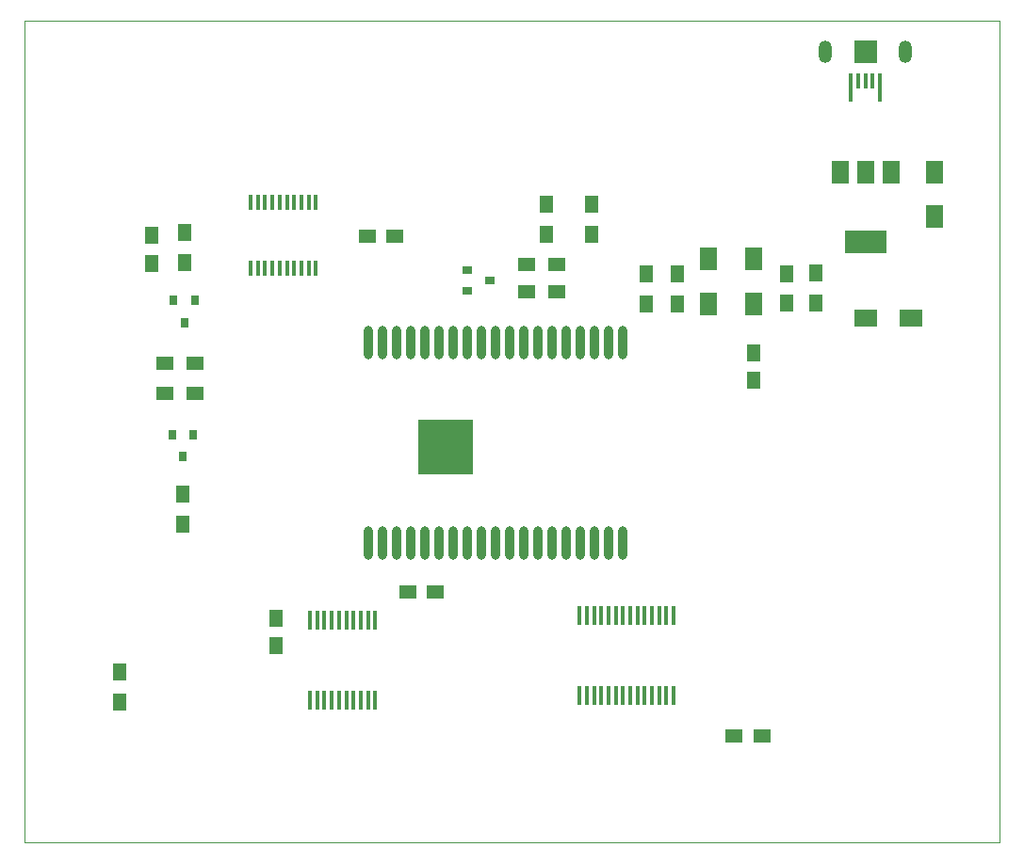
<source format=gbr>
G04 #@! TF.GenerationSoftware,KiCad,Pcbnew,(5.1.5)-3*
G04 #@! TF.CreationDate,2020-08-30T17:46:18+12:00*
G04 #@! TF.ProjectId,PocketTRS,506f636b-6574-4545-9253-2e6b69636164,rev?*
G04 #@! TF.SameCoordinates,Original*
G04 #@! TF.FileFunction,Paste,Top*
G04 #@! TF.FilePolarity,Positive*
%FSLAX46Y46*%
G04 Gerber Fmt 4.6, Leading zero omitted, Abs format (unit mm)*
G04 Created by KiCad (PCBNEW (5.1.5)-3) date 2020-08-30 17:46:18*
%MOMM*%
%LPD*%
G04 APERTURE LIST*
%ADD10C,0.050000*%
%ADD11R,0.400000X2.500000*%
%ADD12R,0.400000X1.350000*%
%ADD13O,1.200000X2.000000*%
%ADD14R,2.000000X2.000000*%
%ADD15O,0.900000X3.000000*%
%ADD16R,5.000000X5.000000*%
%ADD17R,1.500000X2.000000*%
%ADD18R,3.800000X2.000000*%
%ADD19R,1.600000X2.000000*%
%ADD20R,1.250000X1.500000*%
%ADD21R,2.000000X1.600000*%
%ADD22R,1.500000X1.250000*%
%ADD23R,1.300000X1.500000*%
%ADD24R,1.500000X1.300000*%
%ADD25R,0.450000X1.750000*%
%ADD26R,0.450000X1.450000*%
%ADD27R,0.900000X0.800000*%
%ADD28R,0.800000X0.900000*%
G04 APERTURE END LIST*
D10*
X252730000Y-64770000D02*
X252730000Y-61976000D01*
X165100000Y-61976000D02*
X165100000Y-64770000D01*
X252730000Y-135890000D02*
X165100000Y-135890000D01*
X252730000Y-64770000D02*
X252730000Y-135890000D01*
X165100000Y-135890000D02*
X165100000Y-64770000D01*
X165100000Y-61976000D02*
X252730000Y-61976000D01*
D11*
X239365000Y-68021200D03*
D12*
X240015000Y-67445000D03*
X240665000Y-67445000D03*
X241315000Y-67445000D03*
D11*
X241965000Y-68021200D03*
D13*
X237090000Y-64770000D03*
D14*
X240665000Y-64770000D03*
D13*
X244240000Y-64770000D03*
D15*
X195982000Y-90919000D03*
X197252000Y-90919000D03*
X198522000Y-90919000D03*
X199792000Y-90919000D03*
X201062000Y-90919000D03*
X202332000Y-90919000D03*
X203602000Y-90919000D03*
X204872000Y-90919000D03*
X206142000Y-90919000D03*
X207412000Y-90919000D03*
X208682000Y-90919000D03*
X209952000Y-90919000D03*
X211222000Y-90919000D03*
X212492000Y-90919000D03*
X213792000Y-90949000D03*
X215062000Y-90949000D03*
X216332000Y-90949000D03*
X217602000Y-90949000D03*
X218872000Y-90949000D03*
X218872000Y-108949000D03*
X217602000Y-108949000D03*
X216332000Y-108949000D03*
X215062000Y-108949000D03*
X213792000Y-108949000D03*
X212492000Y-108949000D03*
X211222000Y-108949000D03*
X209952000Y-108949000D03*
X208682000Y-108949000D03*
X207412000Y-108949000D03*
X206142000Y-108949000D03*
X204872000Y-108949000D03*
X203602000Y-108949000D03*
X202332000Y-108949000D03*
X201062000Y-108949000D03*
X199792000Y-108949000D03*
X198522000Y-108949000D03*
X197252000Y-108949000D03*
X195982000Y-108949000D03*
D16*
X202902000Y-100349000D03*
D17*
X242965000Y-75590000D03*
X238365000Y-75590000D03*
X240665000Y-75590000D03*
D18*
X240665000Y-81890000D03*
D19*
X226568000Y-87439000D03*
X226568000Y-83439000D03*
X230632000Y-87439000D03*
X230632000Y-83439000D03*
D20*
X230632000Y-91841000D03*
X230632000Y-94341000D03*
D19*
X246888000Y-79597000D03*
X246888000Y-75597000D03*
D21*
X244729000Y-88773000D03*
X240729000Y-88773000D03*
D20*
X187706000Y-118217000D03*
X187706000Y-115717000D03*
D22*
X231374000Y-126365000D03*
X228874000Y-126365000D03*
X195874000Y-81407000D03*
X198374000Y-81407000D03*
X202037000Y-113411000D03*
X199537000Y-113411000D03*
D20*
X176530000Y-81300000D03*
X176530000Y-83800000D03*
D23*
X211963000Y-78533000D03*
X211963000Y-81233000D03*
X216027000Y-81233000D03*
X216027000Y-78533000D03*
X220980000Y-87456000D03*
X220980000Y-84756000D03*
X223774000Y-87456000D03*
X223774000Y-84756000D03*
X233553000Y-87409000D03*
X233553000Y-84756000D03*
X236220000Y-84709000D03*
X236220000Y-87409000D03*
D24*
X210232000Y-86360000D03*
X212932000Y-86360000D03*
X212932000Y-83947000D03*
X210232000Y-83947000D03*
D23*
X179324000Y-104568000D03*
X179324000Y-107268000D03*
X179451000Y-83773000D03*
X179451000Y-81073000D03*
D24*
X180373000Y-95504000D03*
X177673000Y-95504000D03*
X180373000Y-92837000D03*
X177673000Y-92837000D03*
D23*
X173609000Y-123270000D03*
X173609000Y-120570000D03*
D25*
X214977000Y-115526000D03*
X215627000Y-115526000D03*
X216277000Y-115526000D03*
X216927000Y-115526000D03*
X217577000Y-115526000D03*
X218227000Y-115526000D03*
X218877000Y-115526000D03*
X219527000Y-115526000D03*
X220177000Y-115526000D03*
X220827000Y-115526000D03*
X221477000Y-115526000D03*
X222127000Y-115526000D03*
X222777000Y-115526000D03*
X223427000Y-115526000D03*
X223427000Y-122726000D03*
X222777000Y-122726000D03*
X222127000Y-122726000D03*
X221477000Y-122726000D03*
X220827000Y-122726000D03*
X220177000Y-122726000D03*
X219527000Y-122726000D03*
X218877000Y-122726000D03*
X218227000Y-122726000D03*
X217577000Y-122726000D03*
X216927000Y-122726000D03*
X216277000Y-122726000D03*
X215627000Y-122726000D03*
X214977000Y-122726000D03*
D26*
X191266000Y-84230000D03*
X190616000Y-84230000D03*
X189966000Y-84230000D03*
X189316000Y-84230000D03*
X188666000Y-84230000D03*
X188016000Y-84230000D03*
X187366000Y-84230000D03*
X186716000Y-84230000D03*
X186066000Y-84230000D03*
X185416000Y-84230000D03*
X185416000Y-78330000D03*
X186066000Y-78330000D03*
X186716000Y-78330000D03*
X187366000Y-78330000D03*
X188016000Y-78330000D03*
X188666000Y-78330000D03*
X189316000Y-78330000D03*
X189966000Y-78330000D03*
X190616000Y-78330000D03*
X191266000Y-78330000D03*
D27*
X206867000Y-85344000D03*
X204867000Y-86294000D03*
X204867000Y-84394000D03*
D28*
X180274000Y-99203000D03*
X178374000Y-99203000D03*
X179324000Y-101203000D03*
X179451000Y-89138000D03*
X178501000Y-87138000D03*
X180401000Y-87138000D03*
D25*
X196600000Y-123107000D03*
X195950000Y-123107000D03*
X195300000Y-123107000D03*
X194650000Y-123107000D03*
X194000000Y-123107000D03*
X193350000Y-123107000D03*
X192700000Y-123107000D03*
X192050000Y-123107000D03*
X191400000Y-123107000D03*
X190750000Y-123107000D03*
X190750000Y-115907000D03*
X191400000Y-115907000D03*
X192050000Y-115907000D03*
X192700000Y-115907000D03*
X193350000Y-115907000D03*
X194000000Y-115907000D03*
X194650000Y-115907000D03*
X195300000Y-115907000D03*
X195950000Y-115907000D03*
X196600000Y-115907000D03*
M02*

</source>
